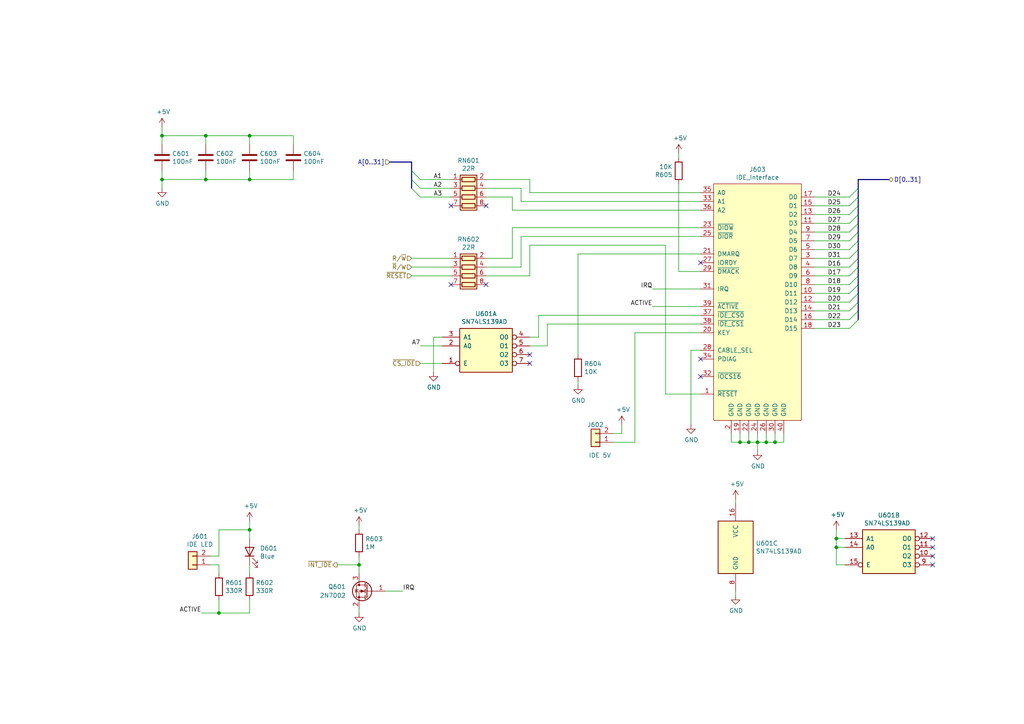
<source format=kicad_sch>
(kicad_sch (version 20211123) (generator eeschema)
  (paper "A4")
  (title_block (title "Y Ddraig Fawr") (company "Stephen Moody"))
  (lib_symbols
    (symbol "74xx:74LS139" (pin_names (offset 1.016))
      (property "Reference" "U" (at -7.62 8.89 0))
      (property "Value" "74LS139" (at -7.62 -8.89 0))
      (symbol "74LS139_1_0"
        (pin input inverted (at -12.7 -5.08 0) (length 5.08) (name "E") (number "1"))
        (pin input line (at -12.7 0 0) (length 5.08) (name "A0") (number "2"))
        (pin input line (at -12.7 2.54 0) (length 5.08) (name "A1") (number "3"))
        (pin output inverted (at 12.7 2.54 180) (length 5.08) (name "O0") (number "4"))
        (pin output inverted (at 12.7 0 180) (length 5.08) (name "O1") (number "5"))
        (pin output inverted (at 12.7 -2.54 180) (length 5.08) (name "O2") (number "6"))
        (pin output inverted (at 12.7 -5.08 180) (length 5.08) (name "O3") (number "7"))
      )
      (symbol "74LS139_1_1"
        (rectangle (start -7.62 5.08) (end 7.62 -7.62) (stroke (width 0.254)) (fill (type background)))
      )
      (symbol "74LS139_2_0"
        (pin output inverted (at 12.7 -2.54 180) (length 5.08) (name "O2") (number "10"))
        (pin output inverted (at 12.7 0 180) (length 5.08) (name "O1") (number "11"))
        (pin output inverted (at 12.7 2.54 180) (length 5.08) (name "O0") (number "12"))
        (pin input line (at -12.7 2.54 0) (length 5.08) (name "A1") (number "13"))
        (pin input line (at -12.7 0 0) (length 5.08) (name "A0") (number "14"))
        (pin input inverted (at -12.7 -5.08 0) (length 5.08) (name "E") (number "15"))
        (pin output inverted (at 12.7 -5.08 180) (length 5.08) (name "O3") (number "9"))
      )
      (symbol "74LS139_2_1"
        (rectangle (start -7.62 5.08) (end 7.62 -7.62) (stroke (width 0.254)) (fill (type background)))
      )
      (symbol "74LS139_3_0"
        (pin power_in line (at 0 12.7 270) (length 5.08) (name "VCC") (number "16"))
        (pin power_in line (at 0 -12.7 90) (length 5.08) (name "GND") (number "8"))
      )
      (symbol "74LS139_3_1"
        (rectangle (start -5.08 7.62) (end 5.08 -7.62) (stroke (width 0.254)) (fill (type background)))
      )
    )
    (symbol "Connector_Generic:Conn_01x02" (pin_names (offset 1.016) hide)
      (property "Reference" "J" (at 0 2.54 0))
      (property "Value" "Conn_01x02" (at 0 -5.08 0))
      (symbol "Conn_01x02_1_1"
        (rectangle (start -1.27 -2.413) (end 0 -2.667) (stroke (width 0.1524)))
        (rectangle (start -1.27 0.127) (end 0 -0.127) (stroke (width 0.1524)))
        (rectangle (start -1.27 1.27) (end 1.27 -3.81) (stroke (width 0.254)) (fill (type background)))
        (pin passive line (at -5.08 0 0) (length 3.81) (name "Pin_1") (number "1"))
        (pin passive line (at -5.08 -2.54 0) (length 3.81) (name "Pin_2") (number "2"))
      )
    )
    (symbol "Ddraig:IDE_Interface" (pin_names (offset 1.016))
      (property "Reference" "J" (at -17.78 25.4 0))
      (property "Value" "IDE_Interface" (at 34.29 -29.21 0))
      (symbol "IDE_Interface_0_1"
        (rectangle (start -12.7 27.94) (end 12.7 -40.64) (fill (type background)))
      )
      (symbol "IDE_Interface_1_1"
        (pin input line (at -16.51 -33.02 0) (length 3.81) (name "~{RESET}") (number "1"))
        (pin bidirectional line (at 16.51 -3.81 180) (length 3.81) (name "D11") (number "10"))
        (pin bidirectional line (at 16.51 16.51 180) (length 3.81) (name "D3") (number "11"))
        (pin bidirectional line (at 16.51 -6.35 180) (length 3.81) (name "D12") (number "12"))
        (pin bidirectional line (at 16.51 19.05 180) (length 3.81) (name "D2") (number "13"))
        (pin bidirectional line (at 16.51 -8.89 180) (length 3.81) (name "D13") (number "14"))
        (pin bidirectional line (at 16.51 21.59 180) (length 3.81) (name "D1") (number "15"))
        (pin bidirectional line (at 16.51 -11.43 180) (length 3.81) (name "D14") (number "16"))
        (pin bidirectional line (at 16.51 24.13 180) (length 3.81) (name "D0") (number "17"))
        (pin bidirectional line (at 16.51 -13.97 180) (length 3.81) (name "D15") (number "18"))
        (pin power_in line (at -5.08 -44.45 90) (length 3.81) (name "GND") (number "19"))
        (pin power_in line (at -7.62 -44.45 90) (length 3.81) (name "GND") (number "2"))
        (pin passive line (at -16.51 -15.24 0) (length 3.81) (name "KEY") (number "20"))
        (pin output line (at -16.51 7.62 0) (length 3.81) (name "DMARQ") (number "21"))
        (pin power_in line (at -2.54 -44.45 90) (length 3.81) (name "GND") (number "22"))
        (pin input line (at -16.51 15.24 0) (length 3.81) (name "~{DIOW}") (number "23"))
        (pin power_in line (at 0 -44.45 90) (length 3.81) (name "GND") (number "24"))
        (pin input line (at -16.51 12.7 0) (length 3.81) (name "~{DIOR}") (number "25"))
        (pin power_in line (at 2.54 -44.45 90) (length 3.81) (name "GND") (number "26"))
        (pin output line (at -16.51 5.08 0) (length 3.81) (name "IORDY") (number "27"))
        (pin input line (at -16.51 -20.32 0) (length 3.81) (name "CABLE_SEL") (number "28"))
        (pin input line (at -16.51 2.54 0) (length 3.81) (name "~{DMACK}") (number "29"))
        (pin bidirectional line (at 16.51 6.35 180) (length 3.81) (name "D7") (number "3"))
        (pin power_in line (at 5.08 -44.45 90) (length 3.81) (name "GND") (number "30"))
        (pin output line (at -16.51 -2.54 0) (length 3.81) (name "IRQ") (number "31"))
        (pin input line (at -16.51 -27.94 0) (length 3.81) (name "~{IOCS16}") (number "32"))
        (pin input line (at -16.51 22.86 0) (length 3.81) (name "A1") (number "33"))
        (pin passive line (at -16.51 -22.86 0) (length 3.81) (name "PDIAG") (number "34"))
        (pin input line (at -16.51 25.4 0) (length 3.81) (name "A0") (number "35"))
        (pin input line (at -16.51 20.32 0) (length 3.81) (name "A2") (number "36"))
        (pin input line (at -16.51 -10.16 0) (length 3.81) (name "~{IDE_CS0}") (number "37"))
        (pin input line (at -16.51 -12.7 0) (length 3.81) (name "~{IDE_CS1}") (number "38"))
        (pin output line (at -16.51 -7.62 0) (length 3.81) (name "~{ACTIVE}") (number "39"))
        (pin bidirectional line (at 16.51 3.81 180) (length 3.81) (name "D8") (number "4"))
        (pin power_in line (at 7.62 -44.45 90) (length 3.81) (name "GND") (number "40"))
        (pin bidirectional line (at 16.51 8.89 180) (length 3.81) (name "D6") (number "5"))
        (pin bidirectional line (at 16.51 1.27 180) (length 3.81) (name "D9") (number "6"))
        (pin bidirectional line (at 16.51 11.43 180) (length 3.81) (name "D5") (number "7"))
        (pin bidirectional line (at 16.51 -1.27 180) (length 3.81) (name "D10") (number "8"))
        (pin bidirectional line (at 16.51 13.97 180) (length 3.81) (name "D4") (number "9"))
      )
    )
    (symbol "Ddraig:RPack04_Alt" (pin_names (offset 0) hide)
      (property "Reference" "RN" (at -7.62 0 90))
      (property "Value" "RPack04_Alt" (at 5.08 0 90))
      (symbol "RPack04_Alt_0_1"
        (rectangle (start -6.35 -2.413) (end 3.81 2.413) (stroke (width 0.254)) (fill (type background)))
        (rectangle (start -5.715 1.905) (end -4.445 -1.905) (stroke (width 0.254)))
        (rectangle (start -3.175 1.905) (end -1.905 -1.905) (stroke (width 0.254)))
        (rectangle (start -0.635 1.905) (end 0.635 -1.905) (stroke (width 0.254)))
        (polyline (pts (xy -5.08 -2.54) (xy -5.08 -1.905)))
        (polyline (pts (xy -5.08 1.905) (xy -5.08 2.54)))
        (polyline (pts (xy -2.54 -2.54) (xy -2.54 -1.905)))
        (polyline (pts (xy -2.54 1.905) (xy -2.54 2.54)))
        (polyline (pts (xy 0 -2.54) (xy 0 -1.905)))
        (polyline (pts (xy 0 1.905) (xy 0 2.54)))
        (polyline (pts (xy 2.54 -2.54) (xy 2.54 -1.905)))
        (polyline (pts (xy 2.54 1.905) (xy 2.54 2.54)))
        (rectangle (start 1.905 1.905) (end 3.175 -1.905) (stroke (width 0.254)))
      )
      (symbol "RPack04_Alt_1_1"
        (pin passive line (at -5.08 -5.08 90) (length 2.54) (name "R1.1") (number "1"))
        (pin passive line (at -5.08 5.08 270) (length 2.54) (name "R1.2") (number "2"))
        (pin passive line (at -2.54 -5.08 90) (length 2.54) (name "R2.1") (number "3"))
        (pin passive line (at -2.54 5.08 270) (length 2.54) (name "R2.2") (number "4"))
        (pin passive line (at 0 -5.08 90) (length 2.54) (name "R3.1") (number "5"))
        (pin passive line (at 0 5.08 270) (length 2.54) (name "R3.2") (number "6"))
        (pin passive line (at 2.54 -5.08 90) (length 2.54) (name "R4.1") (number "7"))
        (pin passive line (at 2.54 5.08 270) (length 2.54) (name "R4.2") (number "8"))
      )
    )
    (symbol "Device:C" (pin_numbers hide) (pin_names (offset 0.254))
      (property "Reference" "C" (at 0.635 2.54 0))
      (property "Value" "C" (at 0.635 -2.54 0))
      (symbol "C_0_1"
        (polyline (pts (xy -2.032 -0.762) (xy 2.032 -0.762)) (stroke (width 0.508)))
        (polyline (pts (xy -2.032 0.762) (xy 2.032 0.762)) (stroke (width 0.508)))
      )
      (symbol "C_1_1"
        (pin passive line (at 0 3.81 270) (length 2.794) (name "~") (number "1"))
        (pin passive line (at 0 -3.81 90) (length 2.794) (name "~") (number "2"))
      )
    )
    (symbol "Device:LED" (pin_numbers hide) (pin_names (offset 1.016) hide)
      (property "Reference" "D" (at 0 2.54 0))
      (property "Value" "LED" (at 0 -2.54 0))
      (symbol "LED_0_1"
        (polyline (pts (xy -1.27 -1.27) (xy -1.27 1.27)) (stroke (width 0.254)))
        (polyline (pts (xy -1.27 0) (xy 1.27 0)))
        (polyline (pts (xy 1.27 -1.27) (xy 1.27 1.27) (xy -1.27 0) (xy 1.27 -1.27)) (stroke (width 0.254)))
        (polyline (pts (xy -3.048 -0.762) (xy -4.572 -2.286) (xy -3.81 -2.286) (xy -4.572 -2.286) (xy -4.572 -1.524)))
        (polyline (pts (xy -1.778 -0.762) (xy -3.302 -2.286) (xy -2.54 -2.286) (xy -3.302 -2.286) (xy -3.302 -1.524)))
      )
      (symbol "LED_1_1"
        (pin passive line (at -3.81 0 0) (length 2.54) (name "K") (number "1"))
        (pin passive line (at 3.81 0 180) (length 2.54) (name "A") (number "2"))
      )
    )
    (symbol "Device:R" (pin_numbers hide) (pin_names (offset 0))
      (property "Reference" "R" (at 2.032 0 90))
      (property "Value" "R" (at 0 0 90))
      (symbol "R_0_1"
        (rectangle (start -1.016 -2.54) (end 1.016 2.54) (stroke (width 0.254)))
      )
      (symbol "R_1_1"
        (pin passive line (at 0 3.81 270) (length 1.27) (name "~") (number "1"))
        (pin passive line (at 0 -3.81 90) (length 1.27) (name "~") (number "2"))
      )
    )
    (symbol "Transistor_FET:2N7002" (pin_names hide)
      (property "Reference" "Q" (at 5.08 1.905 0))
      (property "Value" "2N7002" (at 5.08 0 0))
      (symbol "2N7002_0_1"
        (polyline (pts (xy 0.254 0) (xy -2.54 0)))
        (polyline (pts (xy 0.254 1.905) (xy 0.254 -1.905)) (stroke (width 0.254)))
        (polyline (pts (xy 0.762 -1.27) (xy 0.762 -2.286)) (stroke (width 0.254)))
        (polyline (pts (xy 0.762 0.508) (xy 0.762 -0.508)) (stroke (width 0.254)))
        (polyline (pts (xy 0.762 2.286) (xy 0.762 1.27)) (stroke (width 0.254)))
        (polyline (pts (xy 2.54 2.54) (xy 2.54 1.778)))
        (polyline (pts (xy 2.54 -2.54) (xy 2.54 0) (xy 0.762 0)))
        (polyline (pts (xy 0.762 -1.778) (xy 3.302 -1.778) (xy 3.302 1.778) (xy 0.762 1.778)))
        (polyline (pts (xy 1.016 0) (xy 2.032 0.381) (xy 2.032 -0.381) (xy 1.016 0)) (fill (type outline)))
        (polyline (pts (xy 2.794 0.508) (xy 2.921 0.381) (xy 3.683 0.381) (xy 3.81 0.254)))
        (polyline (pts (xy 3.302 0.381) (xy 2.921 -0.254) (xy 3.683 -0.254) (xy 3.302 0.381)))
        (circle (center 1.651 0) (radius 2.794) (stroke (width 0.254)))
        (circle (center 2.54 -1.778) (radius 0.254) (fill (type outline)))
        (circle (center 2.54 1.778) (radius 0.254) (fill (type outline)))
      )
      (symbol "2N7002_1_1"
        (pin input line (at -5.08 0 0) (length 2.54) (name "G") (number "1"))
        (pin passive line (at 2.54 -5.08 90) (length 2.54) (name "S") (number "2"))
        (pin passive line (at 2.54 5.08 270) (length 2.54) (name "D") (number "3"))
      )
    )
    (symbol "power:+5V" (power) (pin_names (offset 0))
      (property "Value" "+5V" (at 0 3.556 0))
      (symbol "+5V_0_1"
        (polyline (pts (xy -0.762 1.27) (xy 0 2.54)))
        (polyline (pts (xy 0 0) (xy 0 2.54)))
        (polyline (pts (xy 0 2.54) (xy 0.762 1.27)))
      )
      (symbol "+5V_1_1"
        (pin power_in line (at 0 0 90) (length 0) hide (name "+5V") (number "1"))
      )
    )
    (symbol "power:GND" (power) (pin_names (offset 0))
      (property "Value" "GND" (at 0 -3.81 0))
      (symbol "GND_0_1"
        (polyline (pts (xy 0 0) (xy 0 -1.27) (xy 1.27 -1.27) (xy 0 -2.54) (xy -1.27 -1.27) (xy 0 -1.27)))
      )
      (symbol "GND_1_1"
        (pin power_in line (at 0 0 270) (length 0) hide (name "GND") (number "1"))
      )
    )
  )
  (junction (at 242.57 156.21))
  (junction (at 72.39 52.07))
  (junction (at 46.99 39.37))
  (junction (at 242.57 158.75))
  (junction (at 46.99 52.07))
  (junction (at 219.71 128.27))
  (junction (at 72.39 39.37))
  (junction (at 63.5 177.8))
  (junction (at 222.25 128.27))
  (junction (at 217.17 128.27))
  (junction (at 214.63 128.27))
  (junction (at 59.69 39.37))
  (junction (at 59.69 52.07))
  (junction (at 104.14 163.83))
  (junction (at 224.79 128.27))
  (junction (at 72.39 153.67))
  (no_connect (at 203.2 104.14))
  (no_connect (at 140.97 59.69))
  (no_connect (at 203.2 76.2))
  (no_connect (at 270.51 161.29))
  (no_connect (at 270.51 156.21))
  (no_connect (at 153.67 102.87))
  (no_connect (at 153.67 105.41))
  (no_connect (at 203.2 109.22))
  (no_connect (at 270.51 163.83))
  (no_connect (at 130.81 82.55))
  (no_connect (at 140.97 82.55))
  (no_connect (at 130.81 59.69))
  (no_connect (at 270.51 158.75))
  (bus_entry (at 248.92 80.01) (size -2.54 2.54))
  (bus_entry (at 248.92 90.17) (size -2.54 2.54))
  (bus_entry (at 248.92 92.71) (size -2.54 2.54))
  (bus_entry (at 248.92 54.61) (size -2.54 2.54))
  (bus_entry (at 248.92 85.09) (size -2.54 2.54))
  (bus_entry (at 248.92 69.85) (size -2.54 2.54))
  (bus_entry (at 119.38 54.61) (size 2.54 2.54))
  (bus_entry (at 248.92 67.31) (size -2.54 2.54))
  (bus_entry (at 248.92 62.23) (size -2.54 2.54))
  (bus_entry (at 248.92 72.39) (size -2.54 2.54))
  (bus_entry (at 248.92 77.47) (size -2.54 2.54))
  (bus_entry (at 119.38 49.53) (size 2.54 2.54))
  (bus_entry (at 248.92 74.93) (size -2.54 2.54))
  (bus_entry (at 248.92 57.15) (size -2.54 2.54))
  (bus_entry (at 248.92 64.77) (size -2.54 2.54))
  (bus_entry (at 248.92 59.69) (size -2.54 2.54))
  (bus_entry (at 248.92 87.63) (size -2.54 2.54))
  (bus_entry (at 248.92 82.55) (size -2.54 2.54))
  (bus_entry (at 119.38 52.07) (size 2.54 2.54))
  (wire (pts (xy 242.57 158.75) (xy 242.57 163.83)))
  (wire (pts (xy 60.96 161.29) (xy 63.5 161.29)))
  (wire (pts (xy 46.99 39.37) (xy 46.99 36.83)))
  (wire (pts (xy 153.67 80.01) (xy 140.97 80.01)))
  (wire (pts (xy 236.22 59.69) (xy 246.38 59.69)))
  (wire (pts (xy 63.5 177.8) (xy 58.42 177.8)))
  (wire (pts (xy 151.13 68.58) (xy 203.2 68.58)))
  (wire (pts (xy 177.8 125.73) (xy 180.34 125.73)))
  (bus (pts (xy 119.38 46.99) (xy 113.03 46.99)))
  (wire (pts (xy 104.14 176.53) (xy 104.14 177.8)))
  (bus (pts (xy 248.92 77.47) (xy 248.92 80.01)))
  (wire (pts (xy 72.39 39.37) (xy 59.69 39.37)))
  (wire (pts (xy 46.99 41.91) (xy 46.99 39.37)))
  (wire (pts (xy 242.57 163.83) (xy 245.11 163.83)))
  (wire (pts (xy 222.25 128.27) (xy 224.79 128.27)))
  (wire (pts (xy 219.71 128.27) (xy 222.25 128.27)))
  (wire (pts (xy 196.85 78.74) (xy 196.85 53.34)))
  (wire (pts (xy 130.81 77.47) (xy 119.38 77.47)))
  (wire (pts (xy 46.99 54.61) (xy 46.99 52.07)))
  (wire (pts (xy 46.99 52.07) (xy 59.69 52.07)))
  (bus (pts (xy 248.92 59.69) (xy 248.92 62.23)))
  (wire (pts (xy 203.2 88.9) (xy 189.23 88.9)))
  (wire (pts (xy 46.99 52.07) (xy 46.99 49.53)))
  (wire (pts (xy 63.5 153.67) (xy 72.39 153.67)))
  (wire (pts (xy 236.22 64.77) (xy 246.38 64.77)))
  (bus (pts (xy 248.92 54.61) (xy 248.92 57.15)))
  (wire (pts (xy 203.2 78.74) (xy 196.85 78.74)))
  (wire (pts (xy 236.22 69.85) (xy 246.38 69.85)))
  (wire (pts (xy 236.22 80.01) (xy 246.38 80.01)))
  (wire (pts (xy 193.04 71.12) (xy 193.04 114.3)))
  (wire (pts (xy 151.13 77.47) (xy 151.13 68.58)))
  (wire (pts (xy 227.33 128.27) (xy 227.33 125.73)))
  (wire (pts (xy 213.36 144.78) (xy 213.36 146.05)))
  (wire (pts (xy 184.15 96.52) (xy 184.15 128.27)))
  (wire (pts (xy 59.69 52.07) (xy 72.39 52.07)))
  (wire (pts (xy 72.39 52.07) (xy 72.39 49.53)))
  (wire (pts (xy 140.97 57.15) (xy 148.59 57.15)))
  (wire (pts (xy 104.14 153.67) (xy 104.14 152.4)))
  (wire (pts (xy 125.73 97.79) (xy 125.73 107.95)))
  (wire (pts (xy 193.04 114.3) (xy 203.2 114.3)))
  (wire (pts (xy 130.81 54.61) (xy 121.92 54.61)))
  (bus (pts (xy 248.92 67.31) (xy 248.92 69.85)))
  (wire (pts (xy 140.97 52.07) (xy 153.67 52.07)))
  (wire (pts (xy 224.79 128.27) (xy 227.33 128.27)))
  (wire (pts (xy 246.38 82.55) (xy 236.22 82.55)))
  (wire (pts (xy 97.79 163.83) (xy 104.14 163.83)))
  (wire (pts (xy 72.39 163.83) (xy 72.39 166.37)))
  (wire (pts (xy 121.92 105.41) (xy 128.27 105.41)))
  (wire (pts (xy 119.38 80.01) (xy 130.81 80.01)))
  (wire (pts (xy 242.57 156.21) (xy 245.11 156.21)))
  (wire (pts (xy 246.38 62.23) (xy 236.22 62.23)))
  (wire (pts (xy 217.17 125.73) (xy 217.17 128.27)))
  (wire (pts (xy 153.67 71.12) (xy 153.67 80.01)))
  (bus (pts (xy 248.92 85.09) (xy 248.92 87.63)))
  (bus (pts (xy 248.92 52.07) (xy 257.81 52.07)))
  (wire (pts (xy 104.14 161.29) (xy 104.14 163.83)))
  (wire (pts (xy 72.39 177.8) (xy 63.5 177.8)))
  (wire (pts (xy 196.85 44.45) (xy 196.85 45.72)))
  (wire (pts (xy 63.5 161.29) (xy 63.5 153.67)))
  (wire (pts (xy 189.23 83.82) (xy 203.2 83.82)))
  (bus (pts (xy 248.92 74.93) (xy 248.92 77.47)))
  (wire (pts (xy 148.59 60.96) (xy 203.2 60.96)))
  (wire (pts (xy 246.38 92.71) (xy 236.22 92.71)))
  (wire (pts (xy 63.5 163.83) (xy 63.5 166.37)))
  (bus (pts (xy 248.92 52.07) (xy 248.92 54.61)))
  (wire (pts (xy 203.2 101.6) (xy 200.406 101.6)))
  (bus (pts (xy 119.38 46.99) (xy 119.38 49.53)))
  (wire (pts (xy 213.36 171.45) (xy 213.36 172.72)))
  (wire (pts (xy 224.79 125.73) (xy 224.79 128.27)))
  (wire (pts (xy 72.39 173.99) (xy 72.39 177.8)))
  (wire (pts (xy 140.97 54.61) (xy 151.13 54.61)))
  (bus (pts (xy 119.38 49.53) (xy 119.38 52.07)))
  (wire (pts (xy 236.22 74.93) (xy 246.38 74.93)))
  (wire (pts (xy 140.97 77.47) (xy 151.13 77.47)))
  (wire (pts (xy 153.67 55.88) (xy 203.2 55.88)))
  (wire (pts (xy 236.22 95.25) (xy 246.38 95.25)))
  (wire (pts (xy 242.57 158.75) (xy 245.11 158.75)))
  (wire (pts (xy 180.34 125.73) (xy 180.34 123.19)))
  (wire (pts (xy 148.59 57.15) (xy 148.59 60.96)))
  (wire (pts (xy 203.2 96.52) (xy 184.15 96.52)))
  (wire (pts (xy 72.39 39.37) (xy 85.09 39.37)))
  (wire (pts (xy 200.406 101.6) (xy 200.406 123.19)))
  (wire (pts (xy 85.09 39.37) (xy 85.09 41.91)))
  (wire (pts (xy 121.92 100.33) (xy 128.27 100.33)))
  (wire (pts (xy 121.92 57.15) (xy 130.81 57.15)))
  (wire (pts (xy 130.81 74.93) (xy 119.38 74.93)))
  (wire (pts (xy 212.09 128.27) (xy 214.63 128.27)))
  (wire (pts (xy 219.71 125.73) (xy 219.71 128.27)))
  (bus (pts (xy 248.92 87.63) (xy 248.92 90.17)))
  (wire (pts (xy 128.27 97.79) (xy 125.73 97.79)))
  (wire (pts (xy 153.67 52.07) (xy 153.67 55.88)))
  (wire (pts (xy 72.39 153.67) (xy 72.39 156.21)))
  (wire (pts (xy 246.38 57.15) (xy 236.22 57.15)))
  (wire (pts (xy 167.64 111.76) (xy 167.64 110.49)))
  (wire (pts (xy 148.59 66.04) (xy 203.2 66.04)))
  (bus (pts (xy 248.92 62.23) (xy 248.92 64.77)))
  (wire (pts (xy 151.13 54.61) (xy 151.13 58.42)))
  (bus (pts (xy 248.92 69.85) (xy 248.92 72.39)))
  (wire (pts (xy 193.04 71.12) (xy 153.67 71.12)))
  (bus (pts (xy 248.92 72.39) (xy 248.92 74.93)))
  (bus (pts (xy 248.92 82.55) (xy 248.92 85.09)))
  (wire (pts (xy 63.5 173.99) (xy 63.5 177.8)))
  (wire (pts (xy 59.69 52.07) (xy 59.69 49.53)))
  (wire (pts (xy 246.38 77.47) (xy 236.22 77.47)))
  (bus (pts (xy 248.92 57.15) (xy 248.92 59.69)))
  (wire (pts (xy 140.97 74.93) (xy 148.59 74.93)))
  (wire (pts (xy 85.09 52.07) (xy 85.09 49.53)))
  (wire (pts (xy 167.64 73.66) (xy 203.2 73.66)))
  (wire (pts (xy 104.14 166.37) (xy 104.14 163.83)))
  (wire (pts (xy 222.25 125.73) (xy 222.25 128.27)))
  (wire (pts (xy 153.67 100.33) (xy 158.75 100.33)))
  (wire (pts (xy 219.71 130.81) (xy 219.71 128.27)))
  (wire (pts (xy 72.39 151.13) (xy 72.39 153.67)))
  (wire (pts (xy 212.09 125.73) (xy 212.09 128.27)))
  (wire (pts (xy 246.38 67.31) (xy 236.22 67.31)))
  (wire (pts (xy 246.38 72.39) (xy 236.22 72.39)))
  (wire (pts (xy 242.57 153.67) (xy 242.57 156.21)))
  (wire (pts (xy 167.64 73.66) (xy 167.64 102.87)))
  (wire (pts (xy 72.39 41.91) (xy 72.39 39.37)))
  (wire (pts (xy 217.17 128.27) (xy 219.71 128.27)))
  (wire (pts (xy 184.15 128.27) (xy 177.8 128.27)))
  (wire (pts (xy 121.92 52.07) (xy 130.81 52.07)))
  (wire (pts (xy 156.21 91.44) (xy 203.2 91.44)))
  (bus (pts (xy 248.92 90.17) (xy 248.92 92.71)))
  (wire (pts (xy 158.75 100.33) (xy 158.75 93.98)))
  (wire (pts (xy 156.21 97.79) (xy 156.21 91.44)))
  (wire (pts (xy 246.38 87.63) (xy 236.22 87.63)))
  (wire (pts (xy 214.63 128.27) (xy 217.17 128.27)))
  (wire (pts (xy 156.21 97.79) (xy 153.67 97.79)))
  (wire (pts (xy 158.75 93.98) (xy 203.2 93.98)))
  (wire (pts (xy 236.22 85.09) (xy 246.38 85.09)))
  (wire (pts (xy 214.63 125.73) (xy 214.63 128.27)))
  (wire (pts (xy 116.84 171.45) (xy 111.76 171.45)))
  (wire (pts (xy 148.59 74.93) (xy 148.59 66.04)))
  (bus (pts (xy 119.38 52.07) (xy 119.38 54.61)))
  (bus (pts (xy 248.92 64.77) (xy 248.92 67.31)))
  (wire (pts (xy 151.13 58.42) (xy 203.2 58.42)))
  (wire (pts (xy 236.22 90.17) (xy 246.38 90.17)))
  (wire (pts (xy 46.99 39.37) (xy 59.69 39.37)))
  (wire (pts (xy 242.57 156.21) (xy 242.57 158.75)))
  (wire (pts (xy 72.39 52.07) (xy 85.09 52.07)))
  (bus (pts (xy 248.92 80.01) (xy 248.92 82.55)))
  (wire (pts (xy 59.69 39.37) (xy 59.69 41.91)))
  (wire (pts (xy 60.96 163.83) (xy 63.5 163.83)))
  (label "A2" (at 125.73 54.61 0))
  (label "D26" (at 240.03 62.23 0))
  (label "D23" (at 240.03 95.25 0))
  (label "D21" (at 240.03 90.17 0))
  (label "D28" (at 240.03 67.31 0))
  (label "D25" (at 240.03 59.69 0))
  (label "D24" (at 240.03 57.15 0))
  (label "D22" (at 240.03 92.71 0))
  (label "A1" (at 125.73 52.07 0))
  (label "IRQ" (at 116.84 171.45 0))
  (label "ACTIVE" (at 189.23 88.9 180))
  (label "D30" (at 240.03 72.39 0))
  (label "D17" (at 240.03 80.01 0))
  (label "D29" (at 240.03 69.85 0))
  (label "ACTIVE" (at 58.42 177.8 180))
  (label "D18" (at 240.03 82.55 0))
  (label "D19" (at 240.03 85.09 0))
  (label "D20" (at 240.03 87.63 0))
  (label "D16" (at 240.03 77.47 0))
  (label "A7" (at 121.92 100.33 180))
  (label "A3" (at 125.73 57.15 0))
  (label "IRQ" (at 189.23 83.82 180))
  (label "D27" (at 240.03 64.77 0))
  (label "D31" (at 240.03 74.93 0))
  (hierarchical_label "~{R}{slash}W" (shape input) (at 119.38 77.47 180))
  (hierarchical_label "~{RESET}" (shape input) (at 119.38 80.01 180))
  (hierarchical_label "R{slash}~{W}" (shape input) (at 119.38 74.93 180))
  (hierarchical_label "~{INT_IDE}" (shape output) (at 97.79 163.83 180))
  (hierarchical_label "A[0..31]" (shape input) (at 113.03 46.99 180))
  (hierarchical_label "~{CS_IDE}" (shape input) (at 121.92 105.41 180))
  (hierarchical_label "D[0..31]" (shape bidirectional) (at 257.81 52.07 0))
  (symbol (lib_id "Ddraig:IDE_Interface") (at 219.71 81.28 0) (unit 1)
    (property "Reference" "J603" (at 219.71 49.149 0))
    (property "Value" "IDE_Interface" (at 219.71 51.4604 0))
    (property "Footprint" "Connector_IDC:IDC-Header_2x20_P2.54mm_Vertical" (effects hide))
  )
  (symbol (lib_id "power:GND") (at 219.71 130.81 0) (unit 1)
    (property "Reference" "#PWR0613" (effects hide))
    (property "Value" "GND" (at 219.837 135.2042 0))
  )
  (symbol (lib_id "Connector_Generic:Conn_01x02") (at 172.72 128.27 180) (unit 1)
    (property "Reference" "J602" (at 172.72 123.19 0))
    (property "Value" "IDE 5V" (at 173.99 132.08 0))
    (property "Footprint" "Connector_PinHeader_2.54mm:PinHeader_1x02_P2.54mm_Vertical" (effects hide))
  )
  (symbol (lib_id "power:+5V") (at 180.34 123.19 0) (unit 1)
    (property "Reference" "#PWR0608" (effects hide))
    (property "Value" "+5V" (at 180.721 118.7958 0))
  )
  (symbol (lib_id "74xx:74LS139") (at 140.97 100.33 0) (unit 1)
    (property "Reference" "U601" (at 140.97 91.0082 0))
    (property "Value" "SN74LS139AD " (at 140.97 93.3196 0))
    (property "Footprint" "Package_SO:SOIC-16_4.55x10.3mm_P1.27mm" (effects hide))
    (property "Datasheet" "http://www.ti.com/lit/ds/symlink/sn74ls139a.pdf" (effects hide))
  )
  (symbol (lib_id "74xx:74LS139") (at 257.81 158.75 0) (unit 2)
    (property "Reference" "U601" (at 257.81 149.4282 0))
    (property "Value" "SN74LS139AD " (at 257.81 151.7396 0))
    (property "Footprint" "Package_SO:SOIC-16_4.55x10.3mm_P1.27mm" (effects hide))
    (property "Datasheet" "http://www.ti.com/lit/ds/symlink/sn74ls139a.pdf" (effects hide))
  )
  (symbol (lib_id "74xx:74LS139") (at 213.36 158.75 0) (unit 3)
    (property "Reference" "U601" (at 219.202 157.5816 0) (effects (justify left)))
    (property "Value" "SN74LS139AD " (at 219.202 159.893 0) (effects (justify left)))
    (property "Footprint" "Package_SO:SOIC-16_4.55x10.3mm_P1.27mm" (effects hide))
    (property "Datasheet" "http://www.ti.com/lit/ds/symlink/sn74ls139a.pdf" (effects hide))
  )
  (symbol (lib_id "power:GND") (at 125.73 107.95 0) (unit 1)
    (property "Reference" "#PWR0606" (effects hide))
    (property "Value" "GND" (at 125.857 112.3442 0))
  )
  (symbol (lib_id "power:GND") (at 200.406 123.19 0) (unit 1)
    (property "Reference" "#PWR0610" (effects hide))
    (property "Value" "GND" (at 200.533 127.5842 0))
  )
  (symbol (lib_id "Device:R") (at 104.14 157.48 0) (unit 1)
    (property "Reference" "R603" (at 105.918 156.3116 0) (effects (justify left)))
    (property "Value" "1M" (at 105.918 158.623 0) (effects (justify left)))
    (property "Footprint" "Resistor_SMD:R_0805_2012Metric" (effects hide))
  )
  (symbol (lib_id "power:GND") (at 104.14 177.8 0) (unit 1)
    (property "Reference" "#PWR0605" (effects hide))
    (property "Value" "GND" (at 104.267 182.1942 0))
  )
  (symbol (lib_id "power:+5V") (at 104.14 152.4 0) (unit 1)
    (property "Reference" "#PWR0604" (effects hide))
    (property "Value" "+5V" (at 104.521 148.0058 0))
  )
  (symbol (lib_id "Connector_Generic:Conn_01x02") (at 55.88 163.83 180) (unit 1)
    (property "Reference" "J601" (at 57.9628 155.575 0))
    (property "Value" "IDE LED" (at 57.9628 157.8864 0))
    (property "Footprint" "Connector_PinHeader_2.54mm:PinHeader_1x02_P2.54mm_Vertical" (effects hide))
  )
  (symbol (lib_id "Device:R") (at 72.39 170.18 0) (unit 1)
    (property "Reference" "R602" (at 74.168 169.0116 0) (effects (justify left)))
    (property "Value" "330R" (at 74.168 171.323 0) (effects (justify left)))
    (property "Footprint" "Resistor_SMD:R_0805_2012Metric" (effects hide))
  )
  (symbol (lib_id "Device:LED") (at 72.39 160.02 90) (unit 1)
    (property "Reference" "D601" (at 75.3872 159.0294 90) (effects (justify right)))
    (property "Value" "Blue" (at 75.3872 161.3408 90) (effects (justify right)))
    (property "Footprint" "LED_SMD:LED_1206_3216Metric" (effects hide))
  )
  (symbol (lib_id "Device:R") (at 63.5 170.18 0) (unit 1)
    (property "Reference" "R601" (at 65.278 169.0116 0) (effects (justify left)))
    (property "Value" "330R" (at 65.278 171.323 0) (effects (justify left)))
    (property "Footprint" "Resistor_SMD:R_0805_2012Metric" (effects hide))
  )
  (symbol (lib_id "power:+5V") (at 72.39 151.13 0) (unit 1)
    (property "Reference" "#PWR0603" (effects hide))
    (property "Value" "+5V" (at 72.771 146.7358 0))
  )
  (symbol (lib_id "power:GND") (at 213.36 172.72 0) (unit 1)
    (property "Reference" "#PWR0612" (effects hide))
    (property "Value" "GND" (at 213.487 177.1142 0))
  )
  (symbol (lib_id "Device:C") (at 46.99 45.72 0) (unit 1)
    (property "Reference" "C601" (at 49.911 44.5516 0) (effects (justify left)))
    (property "Value" "100nF" (at 49.911 46.863 0) (effects (justify left)))
    (property "Footprint" "Capacitor_SMD:C_0805_2012Metric" (effects hide))
  )
  (symbol (lib_id "power:GND") (at 46.99 54.61 0) (unit 1)
    (property "Reference" "#PWR0602" (effects hide))
    (property "Value" "GND" (at 47.117 59.0042 0))
  )
  (symbol (lib_id "Device:C") (at 59.69 45.72 0) (unit 1)
    (property "Reference" "C602" (at 62.611 44.5516 0) (effects (justify left)))
    (property "Value" "100nF" (at 62.611 46.863 0) (effects (justify left)))
    (property "Footprint" "Capacitor_SMD:C_0805_2012Metric" (effects hide))
  )
  (symbol (lib_id "power:+5V") (at 46.99 36.83 0) (unit 1)
    (property "Reference" "#PWR0601" (effects hide))
    (property "Value" "+5V" (at 47.371 32.4358 0))
  )
  (symbol (lib_id "Device:C") (at 72.39 45.72 0) (unit 1)
    (property "Reference" "C603" (at 75.311 44.5516 0) (effects (justify left)))
    (property "Value" "100nF" (at 75.311 46.863 0) (effects (justify left)))
    (property "Footprint" "Capacitor_SMD:C_0805_2012Metric" (effects hide))
  )
  (symbol (lib_id "Device:C") (at 85.09 45.72 0) (unit 1)
    (property "Reference" "C604" (at 88.011 44.5516 0) (effects (justify left)))
    (property "Value" "100nF" (at 88.011 46.863 0) (effects (justify left)))
    (property "Footprint" "Capacitor_SMD:C_0805_2012Metric" (effects hide))
  )
  (symbol (lib_id "power:+5V") (at 213.36 144.78 0) (unit 1)
    (property "Reference" "#PWR0611" (effects hide))
    (property "Value" "+5V" (at 213.741 140.3858 0))
  )
  (symbol (lib_id "power:+5V") (at 242.57 153.67 0) (unit 1)
    (property "Reference" "#PWR0614" (effects hide))
    (property "Value" "+5V" (at 242.951 149.2758 0))
  )
  (symbol (lib_id "Device:R") (at 167.64 106.68 0) (unit 1)
    (property "Reference" "R604" (at 169.418 105.5116 0) (effects (justify left)))
    (property "Value" "10K" (at 169.418 107.823 0) (effects (justify left)))
    (property "Footprint" "Resistor_SMD:R_0805_2012Metric" (effects hide))
  )
  (symbol (lib_id "Device:R") (at 196.85 49.53 180) (unit 1)
    (property "Reference" "R605" (at 195.072 50.6984 0) (effects (justify left)))
    (property "Value" "10K" (at 195.072 48.387 0) (effects (justify left)))
    (property "Footprint" "Resistor_SMD:R_0805_2012Metric" (effects hide))
  )
  (symbol (lib_id "power:+5V") (at 196.85 44.45 0) (unit 1)
    (property "Reference" "#PWR0609" (effects hide))
    (property "Value" "+5V" (at 197.231 40.0558 0))
  )
  (symbol (lib_id "power:GND") (at 167.64 111.76 0) (unit 1)
    (property "Reference" "#PWR0607" (effects hide))
    (property "Value" "GND" (at 167.767 116.1542 0))
  )
  (symbol (lib_id "Ddraig:RPack04_Alt") (at 135.89 57.15 270) (unit 1)
    (property "Reference" "RN601" (at 135.89 46.5582 90))
    (property "Value" "22R" (at 135.89 48.8696 90))
    (property "Footprint" "Resistor_THT:R_Array_SIP8" (effects hide))
  )
  (symbol (lib_id "Ddraig:RPack04_Alt") (at 135.89 80.01 270) (unit 1)
    (property "Reference" "RN602" (at 135.89 69.4182 90))
    (property "Value" "22R" (at 135.89 71.7296 90))
    (property "Footprint" "Resistor_THT:R_Array_SIP8" (effects hide))
  )
  (symbol (lib_id "Transistor_FET:2N7002") (at 106.68 171.45 0) (mirror y) (unit 1)
    (property "Reference" "Q601" (at 100.33 170.1799 0) (effects (justify left)))
    (property "Value" "2N7002" (at 100.33 172.7199 0) (effects (justify left)))
    (property "Footprint" "Package_TO_SOT_SMD:SOT-23" (effects hide))
    (property "Datasheet" "https://www.onsemi.com/pub/Collateral/NDS7002A-D.PDF" (effects hide))
  )
)
</source>
